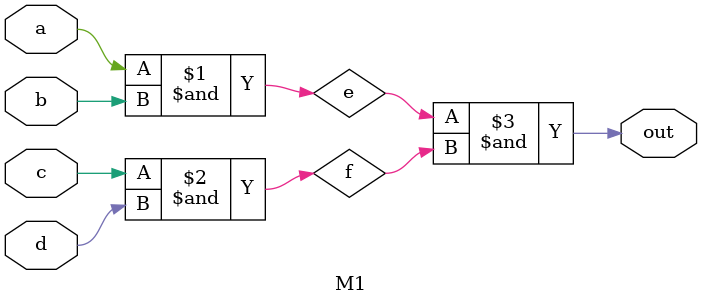
<source format=v>
module M (out, a, b, c, d);
output out;
input a, b, c, d;

wire e, f;

//Distributed delay in each gate.
and #5 a1(e, a, b);
and #7 a2(f, c, d);
and #4 a3(out, e, f);
endmodule

//Distributed delays in data flow definition of a module
module M1 (out, a, b, c, d);
output out;
input a, b, c, d;

wire e, f;

//Distributed delay in each expression
assign #5 e = a & b;
assign #7 f = c & d;
assign #4 out = e & f;
endmodule




</source>
